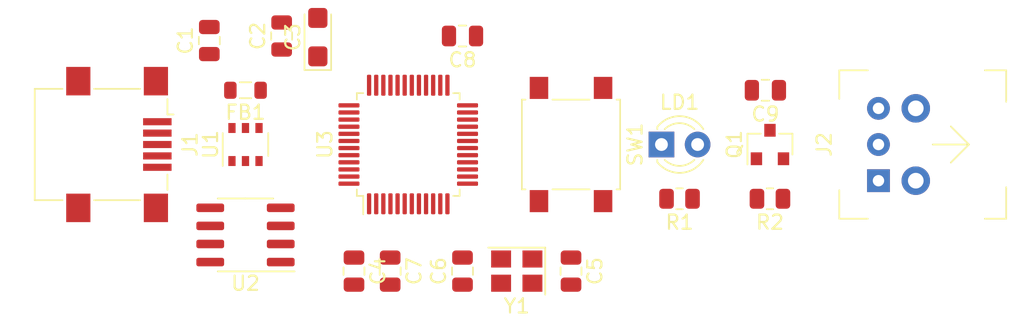
<source format=kicad_pcb>
(kicad_pcb (version 20171130) (host pcbnew "(5.1.9)-1")

  (general
    (thickness 1.6)
    (drawings 0)
    (tracks 1)
    (zones 0)
    (modules 21)
    (nets 49)
  )

  (page A4)
  (layers
    (0 F.Cu signal)
    (31 B.Cu signal)
    (32 B.Adhes user)
    (33 F.Adhes user)
    (34 B.Paste user)
    (35 F.Paste user)
    (36 B.SilkS user)
    (37 F.SilkS user)
    (38 B.Mask user)
    (39 F.Mask user)
    (40 Dwgs.User user)
    (41 Cmts.User user)
    (42 Eco1.User user)
    (43 Eco2.User user)
    (44 Edge.Cuts user)
    (45 Margin user)
    (46 B.CrtYd user)
    (47 F.CrtYd user)
    (48 B.Fab user)
    (49 F.Fab user)
  )

  (setup
    (last_trace_width 0.25)
    (trace_clearance 0.2)
    (zone_clearance 0.508)
    (zone_45_only no)
    (trace_min 0.2)
    (via_size 0.8)
    (via_drill 0.4)
    (via_min_size 0.4)
    (via_min_drill 0.3)
    (uvia_size 0.3)
    (uvia_drill 0.1)
    (uvias_allowed no)
    (uvia_min_size 0.2)
    (uvia_min_drill 0.1)
    (edge_width 0.05)
    (segment_width 0.2)
    (pcb_text_width 0.3)
    (pcb_text_size 1.5 1.5)
    (mod_edge_width 0.12)
    (mod_text_size 1 1)
    (mod_text_width 0.15)
    (pad_size 1.524 1.524)
    (pad_drill 0.762)
    (pad_to_mask_clearance 0)
    (aux_axis_origin 0 0)
    (visible_elements 7FFFFFFF)
    (pcbplotparams
      (layerselection 0x010fc_ffffffff)
      (usegerberextensions false)
      (usegerberattributes true)
      (usegerberadvancedattributes true)
      (creategerberjobfile true)
      (excludeedgelayer true)
      (linewidth 0.100000)
      (plotframeref false)
      (viasonmask false)
      (mode 1)
      (useauxorigin false)
      (hpglpennumber 1)
      (hpglpenspeed 20)
      (hpglpendiameter 15.000000)
      (psnegative false)
      (psa4output false)
      (plotreference true)
      (plotvalue true)
      (plotinvisibletext false)
      (padsonsilk false)
      (subtractmaskfromsilk false)
      (outputformat 4)
      (mirror false)
      (drillshape 0)
      (scaleselection 1)
      (outputdirectory "./out"))
  )

  (net 0 "")
  (net 1 GND)
  (net 2 /VBUS)
  (net 3 +5V)
  (net 4 +3V3)
  (net 5 "Net-(C5-Pad1)")
  (net 6 "Net-(C6-Pad1)")
  (net 7 "Net-(C8-Pad2)")
  (net 8 "Net-(C9-Pad1)")
  (net 9 "Net-(J1-Pad4)")
  (net 10 /USBDP)
  (net 11 /USBDN)
  (net 12 /SPDIF_MOD)
  (net 13 "Net-(J2-Pad4)")
  (net 14 "Net-(J2-Pad5)")
  (net 15 "Net-(LD1-Pad2)")
  (net 16 /SPDIF_PWDN)
  (net 17 "Net-(R1-Pad2)")
  (net 18 /MUTE)
  (net 19 /USBDN_C)
  (net 20 /USBDP_C)
  (net 21 "Net-(U2-Pad7)")
  (net 22 "Net-(U2-Pad6)")
  (net 23 /EEMISO)
  (net 24 /EEMOSI)
  (net 25 /EESK)
  (net 26 /EECS)
  (net 27 "Net-(U3-Pad48)")
  (net 28 "Net-(U3-Pad43)")
  (net 29 "Net-(U3-Pad39)")
  (net 30 "Net-(U3-Pad32)")
  (net 31 "Net-(U3-Pad31)")
  (net 32 "Net-(U3-Pad30)")
  (net 33 "Net-(U3-Pad28)")
  (net 34 "Net-(U3-Pad27)")
  (net 35 "Net-(U3-Pad25)")
  (net 36 "Net-(U3-Pad21)")
  (net 37 "Net-(U3-Pad15)")
  (net 38 "Net-(U3-Pad13)")
  (net 39 "Net-(U3-Pad11)")
  (net 40 "Net-(U3-Pad6)")
  (net 41 "Net-(U3-Pad47)")
  (net 42 "Net-(U3-Pad46)")
  (net 43 "Net-(U3-Pad45)")
  (net 44 "Net-(U3-Pad44)")
  (net 45 "Net-(U3-Pad20)")
  (net 46 "Net-(U3-Pad19)")
  (net 47 "Net-(U3-Pad17)")
  (net 48 "Net-(U3-Pad16)")

  (net_class Default "This is the default net class."
    (clearance 0.2)
    (trace_width 0.25)
    (via_dia 0.8)
    (via_drill 0.4)
    (uvia_dia 0.3)
    (uvia_drill 0.1)
    (add_net +3V3)
    (add_net +5V)
    (add_net /EECS)
    (add_net /EEMISO)
    (add_net /EEMOSI)
    (add_net /EESK)
    (add_net /MUTE)
    (add_net /SPDIF_MOD)
    (add_net /SPDIF_PWDN)
    (add_net /USBDN)
    (add_net /USBDN_C)
    (add_net /USBDP)
    (add_net /USBDP_C)
    (add_net /VBUS)
    (add_net GND)
    (add_net "Net-(C5-Pad1)")
    (add_net "Net-(C6-Pad1)")
    (add_net "Net-(C8-Pad2)")
    (add_net "Net-(C9-Pad1)")
    (add_net "Net-(J1-Pad4)")
    (add_net "Net-(J2-Pad4)")
    (add_net "Net-(J2-Pad5)")
    (add_net "Net-(LD1-Pad2)")
    (add_net "Net-(R1-Pad2)")
    (add_net "Net-(U2-Pad6)")
    (add_net "Net-(U2-Pad7)")
    (add_net "Net-(U3-Pad11)")
    (add_net "Net-(U3-Pad13)")
    (add_net "Net-(U3-Pad15)")
    (add_net "Net-(U3-Pad16)")
    (add_net "Net-(U3-Pad17)")
    (add_net "Net-(U3-Pad19)")
    (add_net "Net-(U3-Pad20)")
    (add_net "Net-(U3-Pad21)")
    (add_net "Net-(U3-Pad25)")
    (add_net "Net-(U3-Pad27)")
    (add_net "Net-(U3-Pad28)")
    (add_net "Net-(U3-Pad30)")
    (add_net "Net-(U3-Pad31)")
    (add_net "Net-(U3-Pad32)")
    (add_net "Net-(U3-Pad39)")
    (add_net "Net-(U3-Pad43)")
    (add_net "Net-(U3-Pad44)")
    (add_net "Net-(U3-Pad45)")
    (add_net "Net-(U3-Pad46)")
    (add_net "Net-(U3-Pad47)")
    (add_net "Net-(U3-Pad48)")
    (add_net "Net-(U3-Pad6)")
  )

  (module Button_Switch_SMD:SW_SPST_B3S-1000 (layer F.Cu) (tedit 5A02FC95) (tstamp 5FF9D4E5)
    (at 93.98 49.53 270)
    (descr "Surface Mount Tactile Switch for High-Density Packaging")
    (tags "Tactile Switch")
    (path /602EA727)
    (attr smd)
    (fp_text reference SW1 (at 0 -4.5 90) (layer F.SilkS)
      (effects (font (size 1 1) (thickness 0.15)))
    )
    (fp_text value MUTE (at 0 4.5 90) (layer F.Fab)
      (effects (font (size 1 1) (thickness 0.15)))
    )
    (fp_line (start -3 3.3) (end -3 -3.3) (layer F.Fab) (width 0.1))
    (fp_line (start 3 3.3) (end -3 3.3) (layer F.Fab) (width 0.1))
    (fp_line (start 3 -3.3) (end 3 3.3) (layer F.Fab) (width 0.1))
    (fp_line (start -3 -3.3) (end 3 -3.3) (layer F.Fab) (width 0.1))
    (fp_circle (center 0 0) (end 1.65 0) (layer F.Fab) (width 0.1))
    (fp_line (start 3.15 -1.3) (end 3.15 1.3) (layer F.SilkS) (width 0.12))
    (fp_line (start -3.15 3.45) (end -3.15 3.2) (layer F.SilkS) (width 0.12))
    (fp_line (start 3.15 3.45) (end -3.15 3.45) (layer F.SilkS) (width 0.12))
    (fp_line (start 3.15 3.2) (end 3.15 3.45) (layer F.SilkS) (width 0.12))
    (fp_line (start -3.15 1.3) (end -3.15 -1.3) (layer F.SilkS) (width 0.12))
    (fp_line (start 3.15 -3.45) (end 3.15 -3.2) (layer F.SilkS) (width 0.12))
    (fp_line (start -3.15 -3.45) (end 3.15 -3.45) (layer F.SilkS) (width 0.12))
    (fp_line (start -3.15 -3.2) (end -3.15 -3.45) (layer F.SilkS) (width 0.12))
    (fp_line (start -5 -3.7) (end -5 3.7) (layer F.CrtYd) (width 0.05))
    (fp_line (start 5 -3.7) (end -5 -3.7) (layer F.CrtYd) (width 0.05))
    (fp_line (start 5 3.7) (end 5 -3.7) (layer F.CrtYd) (width 0.05))
    (fp_line (start -5 3.7) (end 5 3.7) (layer F.CrtYd) (width 0.05))
    (fp_text user %R (at 0 -4.5 90) (layer F.Fab)
      (effects (font (size 1 1) (thickness 0.15)))
    )
    (pad 2 smd rect (at 3.975 2.25 270) (size 1.55 1.3) (layers F.Cu F.Paste F.Mask)
      (net 18 /MUTE))
    (pad 2 smd rect (at -3.975 2.25 270) (size 1.55 1.3) (layers F.Cu F.Paste F.Mask)
      (net 18 /MUTE))
    (pad 1 smd rect (at 3.975 -2.25 270) (size 1.55 1.3) (layers F.Cu F.Paste F.Mask)
      (net 1 GND))
    (pad 1 smd rect (at -3.975 -2.25 270) (size 1.55 1.3) (layers F.Cu F.Paste F.Mask)
      (net 1 GND))
    (model ${KISYS3DMOD}/Button_Switch_SMD.3dshapes/SW_SPST_B3S-1000.wrl
      (at (xyz 0 0 0))
      (scale (xyz 1 1 1))
      (rotate (xyz 0 0 0))
    )
  )

  (module Crystal:Crystal_SMD_3225-4Pin_3.2x2.5mm (layer F.Cu) (tedit 5A0FD1B2) (tstamp 5FF9F221)
    (at 90.17 58.42 180)
    (descr "SMD Crystal SERIES SMD3225/4 http://www.txccrystal.com/images/pdf/7m-accuracy.pdf, 3.2x2.5mm^2 package")
    (tags "SMD SMT crystal")
    (path /5FFEF934)
    (attr smd)
    (fp_text reference Y1 (at 0 -2.45) (layer F.SilkS)
      (effects (font (size 1 1) (thickness 0.15)))
    )
    (fp_text value 12MHz (at 0 2.45) (layer F.Fab)
      (effects (font (size 1 1) (thickness 0.15)))
    )
    (fp_line (start 2.1 -1.7) (end -2.1 -1.7) (layer F.CrtYd) (width 0.05))
    (fp_line (start 2.1 1.7) (end 2.1 -1.7) (layer F.CrtYd) (width 0.05))
    (fp_line (start -2.1 1.7) (end 2.1 1.7) (layer F.CrtYd) (width 0.05))
    (fp_line (start -2.1 -1.7) (end -2.1 1.7) (layer F.CrtYd) (width 0.05))
    (fp_line (start -2 1.65) (end 2 1.65) (layer F.SilkS) (width 0.12))
    (fp_line (start -2 -1.65) (end -2 1.65) (layer F.SilkS) (width 0.12))
    (fp_line (start -1.6 0.25) (end -0.6 1.25) (layer F.Fab) (width 0.1))
    (fp_line (start 1.6 -1.25) (end -1.6 -1.25) (layer F.Fab) (width 0.1))
    (fp_line (start 1.6 1.25) (end 1.6 -1.25) (layer F.Fab) (width 0.1))
    (fp_line (start -1.6 1.25) (end 1.6 1.25) (layer F.Fab) (width 0.1))
    (fp_line (start -1.6 -1.25) (end -1.6 1.25) (layer F.Fab) (width 0.1))
    (fp_text user %R (at 0 0) (layer F.Fab)
      (effects (font (size 0.7 0.7) (thickness 0.105)))
    )
    (pad 4 smd rect (at -1.1 -0.85 180) (size 1.4 1.2) (layers F.Cu F.Paste F.Mask)
      (net 1 GND))
    (pad 3 smd rect (at 1.1 -0.85 180) (size 1.4 1.2) (layers F.Cu F.Paste F.Mask)
      (net 6 "Net-(C6-Pad1)"))
    (pad 2 smd rect (at 1.1 0.85 180) (size 1.4 1.2) (layers F.Cu F.Paste F.Mask)
      (net 1 GND))
    (pad 1 smd rect (at -1.1 0.85 180) (size 1.4 1.2) (layers F.Cu F.Paste F.Mask)
      (net 5 "Net-(C5-Pad1)"))
    (model ${KISYS3DMOD}/Crystal.3dshapes/Crystal_SMD_3225-4Pin_3.2x2.5mm.wrl
      (at (xyz 0 0 0))
      (scale (xyz 1 1 1))
      (rotate (xyz 0 0 0))
    )
  )

  (module Resistor_SMD:R_0805_2012Metric (layer F.Cu) (tedit 5F68FEEE) (tstamp 5FF9F0CB)
    (at 107.95 53.34 180)
    (descr "Resistor SMD 0805 (2012 Metric), square (rectangular) end terminal, IPC_7351 nominal, (Body size source: IPC-SM-782 page 72, https://www.pcb-3d.com/wordpress/wp-content/uploads/ipc-sm-782a_amendment_1_and_2.pdf), generated with kicad-footprint-generator")
    (tags resistor)
    (path /60037816)
    (attr smd)
    (fp_text reference R2 (at 0 -1.65) (layer F.SilkS)
      (effects (font (size 1 1) (thickness 0.15)))
    )
    (fp_text value 560 (at 0 1.65) (layer F.Fab)
      (effects (font (size 1 1) (thickness 0.15)))
    )
    (fp_line (start -1 0.625) (end -1 -0.625) (layer F.Fab) (width 0.1))
    (fp_line (start -1 -0.625) (end 1 -0.625) (layer F.Fab) (width 0.1))
    (fp_line (start 1 -0.625) (end 1 0.625) (layer F.Fab) (width 0.1))
    (fp_line (start 1 0.625) (end -1 0.625) (layer F.Fab) (width 0.1))
    (fp_line (start -0.227064 -0.735) (end 0.227064 -0.735) (layer F.SilkS) (width 0.12))
    (fp_line (start -0.227064 0.735) (end 0.227064 0.735) (layer F.SilkS) (width 0.12))
    (fp_line (start -1.68 0.95) (end -1.68 -0.95) (layer F.CrtYd) (width 0.05))
    (fp_line (start -1.68 -0.95) (end 1.68 -0.95) (layer F.CrtYd) (width 0.05))
    (fp_line (start 1.68 -0.95) (end 1.68 0.95) (layer F.CrtYd) (width 0.05))
    (fp_line (start 1.68 0.95) (end -1.68 0.95) (layer F.CrtYd) (width 0.05))
    (fp_text user %R (at 0 0) (layer F.Fab)
      (effects (font (size 0.5 0.5) (thickness 0.08)))
    )
    (pad 1 smd roundrect (at -0.9125 0 180) (size 1.025 1.4) (layers F.Cu F.Paste F.Mask) (roundrect_rratio 0.2439014634146341)
      (net 3 +5V))
    (pad 2 smd roundrect (at 0.9125 0 180) (size 1.025 1.4) (layers F.Cu F.Paste F.Mask) (roundrect_rratio 0.2439014634146341)
      (net 16 /SPDIF_PWDN))
    (model ${KISYS3DMOD}/Resistor_SMD.3dshapes/R_0805_2012Metric.wrl
      (at (xyz 0 0 0))
      (scale (xyz 1 1 1))
      (rotate (xyz 0 0 0))
    )
  )

  (module Resistor_SMD:R_0805_2012Metric (layer F.Cu) (tedit 5F68FEEE) (tstamp 5FF9F0BA)
    (at 101.6 53.34 180)
    (descr "Resistor SMD 0805 (2012 Metric), square (rectangular) end terminal, IPC_7351 nominal, (Body size source: IPC-SM-782 page 72, https://www.pcb-3d.com/wordpress/wp-content/uploads/ipc-sm-782a_amendment_1_and_2.pdf), generated with kicad-footprint-generator")
    (tags resistor)
    (path /6022D121)
    (attr smd)
    (fp_text reference R1 (at 0 -1.65) (layer F.SilkS)
      (effects (font (size 1 1) (thickness 0.15)))
    )
    (fp_text value 270 (at 0 1.65) (layer F.Fab)
      (effects (font (size 1 1) (thickness 0.15)))
    )
    (fp_line (start 1.68 0.95) (end -1.68 0.95) (layer F.CrtYd) (width 0.05))
    (fp_line (start 1.68 -0.95) (end 1.68 0.95) (layer F.CrtYd) (width 0.05))
    (fp_line (start -1.68 -0.95) (end 1.68 -0.95) (layer F.CrtYd) (width 0.05))
    (fp_line (start -1.68 0.95) (end -1.68 -0.95) (layer F.CrtYd) (width 0.05))
    (fp_line (start -0.227064 0.735) (end 0.227064 0.735) (layer F.SilkS) (width 0.12))
    (fp_line (start -0.227064 -0.735) (end 0.227064 -0.735) (layer F.SilkS) (width 0.12))
    (fp_line (start 1 0.625) (end -1 0.625) (layer F.Fab) (width 0.1))
    (fp_line (start 1 -0.625) (end 1 0.625) (layer F.Fab) (width 0.1))
    (fp_line (start -1 -0.625) (end 1 -0.625) (layer F.Fab) (width 0.1))
    (fp_line (start -1 0.625) (end -1 -0.625) (layer F.Fab) (width 0.1))
    (fp_text user %R (at 0 0) (layer F.Fab)
      (effects (font (size 0.5 0.5) (thickness 0.08)))
    )
    (pad 2 smd roundrect (at 0.9125 0 180) (size 1.025 1.4) (layers F.Cu F.Paste F.Mask) (roundrect_rratio 0.2439014634146341)
      (net 17 "Net-(R1-Pad2)"))
    (pad 1 smd roundrect (at -0.9125 0 180) (size 1.025 1.4) (layers F.Cu F.Paste F.Mask) (roundrect_rratio 0.2439014634146341)
      (net 15 "Net-(LD1-Pad2)"))
    (model ${KISYS3DMOD}/Resistor_SMD.3dshapes/R_0805_2012Metric.wrl
      (at (xyz 0 0 0))
      (scale (xyz 1 1 1))
      (rotate (xyz 0 0 0))
    )
  )

  (module LED_THT:LED_D3.0mm_FlatTop (layer F.Cu) (tedit 5880A862) (tstamp 5FF9F081)
    (at 100.33 49.53)
    (descr "LED, Round, FlatTop, diameter 3.0mm, 2 pins, http://www.kingbright.com/attachments/file/psearch/000/00/00/L-47XEC(Ver.9A).pdf")
    (tags "LED Round FlatTop diameter 3.0mm 2 pins")
    (path /60232A49)
    (fp_text reference LD1 (at 1.27 -2.96) (layer F.SilkS)
      (effects (font (size 1 1) (thickness 0.15)))
    )
    (fp_text value rd (at 1.27 2.96) (layer F.Fab)
      (effects (font (size 1 1) (thickness 0.15)))
    )
    (fp_line (start 3.7 -2.25) (end -1.15 -2.25) (layer F.CrtYd) (width 0.05))
    (fp_line (start 3.7 2.25) (end 3.7 -2.25) (layer F.CrtYd) (width 0.05))
    (fp_line (start -1.15 2.25) (end 3.7 2.25) (layer F.CrtYd) (width 0.05))
    (fp_line (start -1.15 -2.25) (end -1.15 2.25) (layer F.CrtYd) (width 0.05))
    (fp_line (start -0.29 1.08) (end -0.29 1.236) (layer F.SilkS) (width 0.12))
    (fp_line (start -0.29 -1.236) (end -0.29 -1.08) (layer F.SilkS) (width 0.12))
    (fp_line (start -0.23 -1.16619) (end -0.23 1.16619) (layer F.Fab) (width 0.1))
    (fp_circle (center 1.27 0) (end 2.77 0) (layer F.Fab) (width 0.1))
    (fp_arc (start 1.27 0) (end 0.229039 1.08) (angle -87.9) (layer F.SilkS) (width 0.12))
    (fp_arc (start 1.27 0) (end 0.229039 -1.08) (angle 87.9) (layer F.SilkS) (width 0.12))
    (fp_arc (start 1.27 0) (end -0.29 1.235516) (angle -108.8) (layer F.SilkS) (width 0.12))
    (fp_arc (start 1.27 0) (end -0.29 -1.235516) (angle 108.8) (layer F.SilkS) (width 0.12))
    (fp_arc (start 1.27 0) (end -0.23 -1.16619) (angle 284.3) (layer F.Fab) (width 0.1))
    (pad 2 thru_hole circle (at 2.54 0) (size 1.8 1.8) (drill 0.9) (layers *.Cu *.Mask)
      (net 15 "Net-(LD1-Pad2)"))
    (pad 1 thru_hole rect (at 0 0) (size 1.8 1.8) (drill 0.9) (layers *.Cu *.Mask)
      (net 1 GND))
    (model ${KISYS3DMOD}/LED_THT.3dshapes/LED_D3.0mm_FlatTop.wrl
      (at (xyz 0 0 0))
      (scale (xyz 1 1 1))
      (rotate (xyz 0 0 0))
    )
  )

  (module Capacitor_SMD:C_0805_2012Metric (layer F.Cu) (tedit 5F68FEEE) (tstamp 5FF9EFB6)
    (at 107.63 45.72 180)
    (descr "Capacitor SMD 0805 (2012 Metric), square (rectangular) end terminal, IPC_7351 nominal, (Body size source: IPC-SM-782 page 76, https://www.pcb-3d.com/wordpress/wp-content/uploads/ipc-sm-782a_amendment_1_and_2.pdf, https://docs.google.com/spreadsheets/d/1BsfQQcO9C6DZCsRaXUlFlo91Tg2WpOkGARC1WS5S8t0/edit?usp=sharing), generated with kicad-footprint-generator")
    (tags capacitor)
    (path /60026FD1)
    (attr smd)
    (fp_text reference C9 (at 0 -1.68) (layer F.SilkS)
      (effects (font (size 1 1) (thickness 0.15)))
    )
    (fp_text value 100nF (at 0 1.68) (layer F.Fab)
      (effects (font (size 1 1) (thickness 0.15)))
    )
    (fp_line (start -1 0.625) (end -1 -0.625) (layer F.Fab) (width 0.1))
    (fp_line (start -1 -0.625) (end 1 -0.625) (layer F.Fab) (width 0.1))
    (fp_line (start 1 -0.625) (end 1 0.625) (layer F.Fab) (width 0.1))
    (fp_line (start 1 0.625) (end -1 0.625) (layer F.Fab) (width 0.1))
    (fp_line (start -0.261252 -0.735) (end 0.261252 -0.735) (layer F.SilkS) (width 0.12))
    (fp_line (start -0.261252 0.735) (end 0.261252 0.735) (layer F.SilkS) (width 0.12))
    (fp_line (start -1.7 0.98) (end -1.7 -0.98) (layer F.CrtYd) (width 0.05))
    (fp_line (start -1.7 -0.98) (end 1.7 -0.98) (layer F.CrtYd) (width 0.05))
    (fp_line (start 1.7 -0.98) (end 1.7 0.98) (layer F.CrtYd) (width 0.05))
    (fp_line (start 1.7 0.98) (end -1.7 0.98) (layer F.CrtYd) (width 0.05))
    (fp_text user %R (at 0 0) (layer F.Fab)
      (effects (font (size 0.5 0.5) (thickness 0.08)))
    )
    (pad 1 smd roundrect (at -0.95 0 180) (size 1 1.45) (layers F.Cu F.Paste F.Mask) (roundrect_rratio 0.25)
      (net 8 "Net-(C9-Pad1)"))
    (pad 2 smd roundrect (at 0.95 0 180) (size 1 1.45) (layers F.Cu F.Paste F.Mask) (roundrect_rratio 0.25)
      (net 1 GND))
    (model ${KISYS3DMOD}/Capacitor_SMD.3dshapes/C_0805_2012Metric.wrl
      (at (xyz 0 0 0))
      (scale (xyz 1 1 1))
      (rotate (xyz 0 0 0))
    )
  )

  (module Capacitor_SMD:C_0805_2012Metric (layer F.Cu) (tedit 5F68FEEE) (tstamp 5FF9EFA5)
    (at 86.36 41.91 180)
    (descr "Capacitor SMD 0805 (2012 Metric), square (rectangular) end terminal, IPC_7351 nominal, (Body size source: IPC-SM-782 page 76, https://www.pcb-3d.com/wordpress/wp-content/uploads/ipc-sm-782a_amendment_1_and_2.pdf, https://docs.google.com/spreadsheets/d/1BsfQQcO9C6DZCsRaXUlFlo91Tg2WpOkGARC1WS5S8t0/edit?usp=sharing), generated with kicad-footprint-generator")
    (tags capacitor)
    (path /6021D823)
    (attr smd)
    (fp_text reference C8 (at 0 -1.68) (layer F.SilkS)
      (effects (font (size 1 1) (thickness 0.15)))
    )
    (fp_text value 4.7uF (at 0 1.68) (layer F.Fab)
      (effects (font (size 1 1) (thickness 0.15)))
    )
    (fp_line (start 1.7 0.98) (end -1.7 0.98) (layer F.CrtYd) (width 0.05))
    (fp_line (start 1.7 -0.98) (end 1.7 0.98) (layer F.CrtYd) (width 0.05))
    (fp_line (start -1.7 -0.98) (end 1.7 -0.98) (layer F.CrtYd) (width 0.05))
    (fp_line (start -1.7 0.98) (end -1.7 -0.98) (layer F.CrtYd) (width 0.05))
    (fp_line (start -0.261252 0.735) (end 0.261252 0.735) (layer F.SilkS) (width 0.12))
    (fp_line (start -0.261252 -0.735) (end 0.261252 -0.735) (layer F.SilkS) (width 0.12))
    (fp_line (start 1 0.625) (end -1 0.625) (layer F.Fab) (width 0.1))
    (fp_line (start 1 -0.625) (end 1 0.625) (layer F.Fab) (width 0.1))
    (fp_line (start -1 -0.625) (end 1 -0.625) (layer F.Fab) (width 0.1))
    (fp_line (start -1 0.625) (end -1 -0.625) (layer F.Fab) (width 0.1))
    (fp_text user %R (at 0 0) (layer F.Fab)
      (effects (font (size 0.5 0.5) (thickness 0.08)))
    )
    (pad 2 smd roundrect (at 0.95 0 180) (size 1 1.45) (layers F.Cu F.Paste F.Mask) (roundrect_rratio 0.25)
      (net 7 "Net-(C8-Pad2)"))
    (pad 1 smd roundrect (at -0.95 0 180) (size 1 1.45) (layers F.Cu F.Paste F.Mask) (roundrect_rratio 0.25)
      (net 1 GND))
    (model ${KISYS3DMOD}/Capacitor_SMD.3dshapes/C_0805_2012Metric.wrl
      (at (xyz 0 0 0))
      (scale (xyz 1 1 1))
      (rotate (xyz 0 0 0))
    )
  )

  (module Capacitor_SMD:C_0805_2012Metric (layer F.Cu) (tedit 5F68FEEE) (tstamp 5FF9EF94)
    (at 81.28 58.42 270)
    (descr "Capacitor SMD 0805 (2012 Metric), square (rectangular) end terminal, IPC_7351 nominal, (Body size source: IPC-SM-782 page 76, https://www.pcb-3d.com/wordpress/wp-content/uploads/ipc-sm-782a_amendment_1_and_2.pdf, https://docs.google.com/spreadsheets/d/1BsfQQcO9C6DZCsRaXUlFlo91Tg2WpOkGARC1WS5S8t0/edit?usp=sharing), generated with kicad-footprint-generator")
    (tags capacitor)
    (path /600F9753)
    (attr smd)
    (fp_text reference C7 (at 0 -1.68 90) (layer F.SilkS)
      (effects (font (size 1 1) (thickness 0.15)))
    )
    (fp_text value 100nF (at 0 1.68 90) (layer F.Fab)
      (effects (font (size 1 1) (thickness 0.15)))
    )
    (fp_line (start 1.7 0.98) (end -1.7 0.98) (layer F.CrtYd) (width 0.05))
    (fp_line (start 1.7 -0.98) (end 1.7 0.98) (layer F.CrtYd) (width 0.05))
    (fp_line (start -1.7 -0.98) (end 1.7 -0.98) (layer F.CrtYd) (width 0.05))
    (fp_line (start -1.7 0.98) (end -1.7 -0.98) (layer F.CrtYd) (width 0.05))
    (fp_line (start -0.261252 0.735) (end 0.261252 0.735) (layer F.SilkS) (width 0.12))
    (fp_line (start -0.261252 -0.735) (end 0.261252 -0.735) (layer F.SilkS) (width 0.12))
    (fp_line (start 1 0.625) (end -1 0.625) (layer F.Fab) (width 0.1))
    (fp_line (start 1 -0.625) (end 1 0.625) (layer F.Fab) (width 0.1))
    (fp_line (start -1 -0.625) (end 1 -0.625) (layer F.Fab) (width 0.1))
    (fp_line (start -1 0.625) (end -1 -0.625) (layer F.Fab) (width 0.1))
    (fp_text user %R (at 0 0 90) (layer F.Fab)
      (effects (font (size 0.5 0.5) (thickness 0.08)))
    )
    (pad 2 smd roundrect (at 0.95 0 270) (size 1 1.45) (layers F.Cu F.Paste F.Mask) (roundrect_rratio 0.25)
      (net 1 GND))
    (pad 1 smd roundrect (at -0.95 0 270) (size 1 1.45) (layers F.Cu F.Paste F.Mask) (roundrect_rratio 0.25)
      (net 4 +3V3))
    (model ${KISYS3DMOD}/Capacitor_SMD.3dshapes/C_0805_2012Metric.wrl
      (at (xyz 0 0 0))
      (scale (xyz 1 1 1))
      (rotate (xyz 0 0 0))
    )
  )

  (module Capacitor_SMD:C_0805_2012Metric (layer F.Cu) (tedit 5F68FEEE) (tstamp 5FF9EF83)
    (at 86.36 58.42 90)
    (descr "Capacitor SMD 0805 (2012 Metric), square (rectangular) end terminal, IPC_7351 nominal, (Body size source: IPC-SM-782 page 76, https://www.pcb-3d.com/wordpress/wp-content/uploads/ipc-sm-782a_amendment_1_and_2.pdf, https://docs.google.com/spreadsheets/d/1BsfQQcO9C6DZCsRaXUlFlo91Tg2WpOkGARC1WS5S8t0/edit?usp=sharing), generated with kicad-footprint-generator")
    (tags capacitor)
    (path /5FFE215A)
    (attr smd)
    (fp_text reference C6 (at 0 -1.68 90) (layer F.SilkS)
      (effects (font (size 1 1) (thickness 0.15)))
    )
    (fp_text value 20pF (at 0 1.68 90) (layer F.Fab)
      (effects (font (size 1 1) (thickness 0.15)))
    )
    (fp_line (start 1.7 0.98) (end -1.7 0.98) (layer F.CrtYd) (width 0.05))
    (fp_line (start 1.7 -0.98) (end 1.7 0.98) (layer F.CrtYd) (width 0.05))
    (fp_line (start -1.7 -0.98) (end 1.7 -0.98) (layer F.CrtYd) (width 0.05))
    (fp_line (start -1.7 0.98) (end -1.7 -0.98) (layer F.CrtYd) (width 0.05))
    (fp_line (start -0.261252 0.735) (end 0.261252 0.735) (layer F.SilkS) (width 0.12))
    (fp_line (start -0.261252 -0.735) (end 0.261252 -0.735) (layer F.SilkS) (width 0.12))
    (fp_line (start 1 0.625) (end -1 0.625) (layer F.Fab) (width 0.1))
    (fp_line (start 1 -0.625) (end 1 0.625) (layer F.Fab) (width 0.1))
    (fp_line (start -1 -0.625) (end 1 -0.625) (layer F.Fab) (width 0.1))
    (fp_line (start -1 0.625) (end -1 -0.625) (layer F.Fab) (width 0.1))
    (fp_text user %R (at 0 0 90) (layer F.Fab)
      (effects (font (size 0.5 0.5) (thickness 0.08)))
    )
    (pad 2 smd roundrect (at 0.95 0 90) (size 1 1.45) (layers F.Cu F.Paste F.Mask) (roundrect_rratio 0.25)
      (net 1 GND))
    (pad 1 smd roundrect (at -0.95 0 90) (size 1 1.45) (layers F.Cu F.Paste F.Mask) (roundrect_rratio 0.25)
      (net 6 "Net-(C6-Pad1)"))
    (model ${KISYS3DMOD}/Capacitor_SMD.3dshapes/C_0805_2012Metric.wrl
      (at (xyz 0 0 0))
      (scale (xyz 1 1 1))
      (rotate (xyz 0 0 0))
    )
  )

  (module Capacitor_SMD:C_0805_2012Metric (layer F.Cu) (tedit 5F68FEEE) (tstamp 5FF9EF72)
    (at 93.98 58.42 270)
    (descr "Capacitor SMD 0805 (2012 Metric), square (rectangular) end terminal, IPC_7351 nominal, (Body size source: IPC-SM-782 page 76, https://www.pcb-3d.com/wordpress/wp-content/uploads/ipc-sm-782a_amendment_1_and_2.pdf, https://docs.google.com/spreadsheets/d/1BsfQQcO9C6DZCsRaXUlFlo91Tg2WpOkGARC1WS5S8t0/edit?usp=sharing), generated with kicad-footprint-generator")
    (tags capacitor)
    (path /5FFE1556)
    (attr smd)
    (fp_text reference C5 (at 0 -1.68 90) (layer F.SilkS)
      (effects (font (size 1 1) (thickness 0.15)))
    )
    (fp_text value 20pF (at 0 1.68 90) (layer F.Fab)
      (effects (font (size 1 1) (thickness 0.15)))
    )
    (fp_line (start 1.7 0.98) (end -1.7 0.98) (layer F.CrtYd) (width 0.05))
    (fp_line (start 1.7 -0.98) (end 1.7 0.98) (layer F.CrtYd) (width 0.05))
    (fp_line (start -1.7 -0.98) (end 1.7 -0.98) (layer F.CrtYd) (width 0.05))
    (fp_line (start -1.7 0.98) (end -1.7 -0.98) (layer F.CrtYd) (width 0.05))
    (fp_line (start -0.261252 0.735) (end 0.261252 0.735) (layer F.SilkS) (width 0.12))
    (fp_line (start -0.261252 -0.735) (end 0.261252 -0.735) (layer F.SilkS) (width 0.12))
    (fp_line (start 1 0.625) (end -1 0.625) (layer F.Fab) (width 0.1))
    (fp_line (start 1 -0.625) (end 1 0.625) (layer F.Fab) (width 0.1))
    (fp_line (start -1 -0.625) (end 1 -0.625) (layer F.Fab) (width 0.1))
    (fp_line (start -1 0.625) (end -1 -0.625) (layer F.Fab) (width 0.1))
    (fp_text user %R (at 0 0 90) (layer F.Fab)
      (effects (font (size 0.5 0.5) (thickness 0.08)))
    )
    (pad 2 smd roundrect (at 0.95 0 270) (size 1 1.45) (layers F.Cu F.Paste F.Mask) (roundrect_rratio 0.25)
      (net 1 GND))
    (pad 1 smd roundrect (at -0.95 0 270) (size 1 1.45) (layers F.Cu F.Paste F.Mask) (roundrect_rratio 0.25)
      (net 5 "Net-(C5-Pad1)"))
    (model ${KISYS3DMOD}/Capacitor_SMD.3dshapes/C_0805_2012Metric.wrl
      (at (xyz 0 0 0))
      (scale (xyz 1 1 1))
      (rotate (xyz 0 0 0))
    )
  )

  (module Capacitor_SMD:C_0805_2012Metric (layer F.Cu) (tedit 5F68FEEE) (tstamp 5FF9FB4D)
    (at 78.74 58.42 270)
    (descr "Capacitor SMD 0805 (2012 Metric), square (rectangular) end terminal, IPC_7351 nominal, (Body size source: IPC-SM-782 page 76, https://www.pcb-3d.com/wordpress/wp-content/uploads/ipc-sm-782a_amendment_1_and_2.pdf, https://docs.google.com/spreadsheets/d/1BsfQQcO9C6DZCsRaXUlFlo91Tg2WpOkGARC1WS5S8t0/edit?usp=sharing), generated with kicad-footprint-generator")
    (tags capacitor)
    (path /60214EEA)
    (attr smd)
    (fp_text reference C4 (at 0 -1.68 90) (layer F.SilkS)
      (effects (font (size 1 1) (thickness 0.15)))
    )
    (fp_text value 4.7uF (at 0 1.68 90) (layer F.Fab)
      (effects (font (size 1 1) (thickness 0.15)))
    )
    (fp_line (start 1.7 0.98) (end -1.7 0.98) (layer F.CrtYd) (width 0.05))
    (fp_line (start 1.7 -0.98) (end 1.7 0.98) (layer F.CrtYd) (width 0.05))
    (fp_line (start -1.7 -0.98) (end 1.7 -0.98) (layer F.CrtYd) (width 0.05))
    (fp_line (start -1.7 0.98) (end -1.7 -0.98) (layer F.CrtYd) (width 0.05))
    (fp_line (start -0.261252 0.735) (end 0.261252 0.735) (layer F.SilkS) (width 0.12))
    (fp_line (start -0.261252 -0.735) (end 0.261252 -0.735) (layer F.SilkS) (width 0.12))
    (fp_line (start 1 0.625) (end -1 0.625) (layer F.Fab) (width 0.1))
    (fp_line (start 1 -0.625) (end 1 0.625) (layer F.Fab) (width 0.1))
    (fp_line (start -1 -0.625) (end 1 -0.625) (layer F.Fab) (width 0.1))
    (fp_line (start -1 0.625) (end -1 -0.625) (layer F.Fab) (width 0.1))
    (fp_text user %R (at 0 0 90) (layer F.Fab)
      (effects (font (size 0.5 0.5) (thickness 0.08)))
    )
    (pad 2 smd roundrect (at 0.95 0 270) (size 1 1.45) (layers F.Cu F.Paste F.Mask) (roundrect_rratio 0.25)
      (net 1 GND))
    (pad 1 smd roundrect (at -0.95 0 270) (size 1 1.45) (layers F.Cu F.Paste F.Mask) (roundrect_rratio 0.25)
      (net 4 +3V3))
    (model ${KISYS3DMOD}/Capacitor_SMD.3dshapes/C_0805_2012Metric.wrl
      (at (xyz 0 0 0))
      (scale (xyz 1 1 1))
      (rotate (xyz 0 0 0))
    )
  )

  (module Capacitor_Tantalum_SMD:CP_EIA-3216-18_Kemet-A (layer F.Cu) (tedit 5EBA9318) (tstamp 5FF9EF50)
    (at 76.2 41.99 90)
    (descr "Tantalum Capacitor SMD Kemet-A (3216-18 Metric), IPC_7351 nominal, (Body size from: http://www.kemet.com/Lists/ProductCatalog/Attachments/253/KEM_TC101_STD.pdf), generated with kicad-footprint-generator")
    (tags "capacitor tantalum")
    (path /5FFA4B03)
    (attr smd)
    (fp_text reference C3 (at 0 -1.75 90) (layer F.SilkS)
      (effects (font (size 1 1) (thickness 0.15)))
    )
    (fp_text value 4.7uF (at 0 1.75 90) (layer F.Fab)
      (effects (font (size 1 1) (thickness 0.15)))
    )
    (fp_line (start 2.3 1.05) (end -2.3 1.05) (layer F.CrtYd) (width 0.05))
    (fp_line (start 2.3 -1.05) (end 2.3 1.05) (layer F.CrtYd) (width 0.05))
    (fp_line (start -2.3 -1.05) (end 2.3 -1.05) (layer F.CrtYd) (width 0.05))
    (fp_line (start -2.3 1.05) (end -2.3 -1.05) (layer F.CrtYd) (width 0.05))
    (fp_line (start -2.31 0.935) (end 1.6 0.935) (layer F.SilkS) (width 0.12))
    (fp_line (start -2.31 -0.935) (end -2.31 0.935) (layer F.SilkS) (width 0.12))
    (fp_line (start 1.6 -0.935) (end -2.31 -0.935) (layer F.SilkS) (width 0.12))
    (fp_line (start 1.6 0.8) (end 1.6 -0.8) (layer F.Fab) (width 0.1))
    (fp_line (start -1.6 0.8) (end 1.6 0.8) (layer F.Fab) (width 0.1))
    (fp_line (start -1.6 -0.4) (end -1.6 0.8) (layer F.Fab) (width 0.1))
    (fp_line (start -1.2 -0.8) (end -1.6 -0.4) (layer F.Fab) (width 0.1))
    (fp_line (start 1.6 -0.8) (end -1.2 -0.8) (layer F.Fab) (width 0.1))
    (fp_text user %R (at 0 0 90) (layer F.Fab)
      (effects (font (size 0.8 0.8) (thickness 0.12)))
    )
    (pad 2 smd roundrect (at 1.35 0 90) (size 1.4 1.35) (layers F.Cu F.Paste F.Mask) (roundrect_rratio 0.1851844444444445)
      (net 1 GND))
    (pad 1 smd roundrect (at -1.35 0 90) (size 1.4 1.35) (layers F.Cu F.Paste F.Mask) (roundrect_rratio 0.1851844444444445)
      (net 3 +5V))
    (model ${KISYS3DMOD}/Capacitor_Tantalum_SMD.3dshapes/CP_EIA-3216-18_Kemet-A.wrl
      (at (xyz 0 0 0))
      (scale (xyz 1 1 1))
      (rotate (xyz 0 0 0))
    )
  )

  (module Capacitor_SMD:C_0805_2012Metric (layer F.Cu) (tedit 5F68FEEE) (tstamp 5FF9EF3D)
    (at 73.66 41.91 90)
    (descr "Capacitor SMD 0805 (2012 Metric), square (rectangular) end terminal, IPC_7351 nominal, (Body size source: IPC-SM-782 page 76, https://www.pcb-3d.com/wordpress/wp-content/uploads/ipc-sm-782a_amendment_1_and_2.pdf, https://docs.google.com/spreadsheets/d/1BsfQQcO9C6DZCsRaXUlFlo91Tg2WpOkGARC1WS5S8t0/edit?usp=sharing), generated with kicad-footprint-generator")
    (tags capacitor)
    (path /5FFA3368)
    (attr smd)
    (fp_text reference C2 (at 0 -1.68 90) (layer F.SilkS)
      (effects (font (size 1 1) (thickness 0.15)))
    )
    (fp_text value 100nF (at 0 1.68 90) (layer F.Fab)
      (effects (font (size 1 1) (thickness 0.15)))
    )
    (fp_line (start 1.7 0.98) (end -1.7 0.98) (layer F.CrtYd) (width 0.05))
    (fp_line (start 1.7 -0.98) (end 1.7 0.98) (layer F.CrtYd) (width 0.05))
    (fp_line (start -1.7 -0.98) (end 1.7 -0.98) (layer F.CrtYd) (width 0.05))
    (fp_line (start -1.7 0.98) (end -1.7 -0.98) (layer F.CrtYd) (width 0.05))
    (fp_line (start -0.261252 0.735) (end 0.261252 0.735) (layer F.SilkS) (width 0.12))
    (fp_line (start -0.261252 -0.735) (end 0.261252 -0.735) (layer F.SilkS) (width 0.12))
    (fp_line (start 1 0.625) (end -1 0.625) (layer F.Fab) (width 0.1))
    (fp_line (start 1 -0.625) (end 1 0.625) (layer F.Fab) (width 0.1))
    (fp_line (start -1 -0.625) (end 1 -0.625) (layer F.Fab) (width 0.1))
    (fp_line (start -1 0.625) (end -1 -0.625) (layer F.Fab) (width 0.1))
    (fp_text user %R (at 0 0 90) (layer F.Fab)
      (effects (font (size 0.5 0.5) (thickness 0.08)))
    )
    (pad 2 smd roundrect (at 0.95 0 90) (size 1 1.45) (layers F.Cu F.Paste F.Mask) (roundrect_rratio 0.25)
      (net 1 GND))
    (pad 1 smd roundrect (at -0.95 0 90) (size 1 1.45) (layers F.Cu F.Paste F.Mask) (roundrect_rratio 0.25)
      (net 3 +5V))
    (model ${KISYS3DMOD}/Capacitor_SMD.3dshapes/C_0805_2012Metric.wrl
      (at (xyz 0 0 0))
      (scale (xyz 1 1 1))
      (rotate (xyz 0 0 0))
    )
  )

  (module Capacitor_SMD:C_0805_2012Metric (layer F.Cu) (tedit 5F68FEEE) (tstamp 5FF9EF2C)
    (at 68.58 42.23 90)
    (descr "Capacitor SMD 0805 (2012 Metric), square (rectangular) end terminal, IPC_7351 nominal, (Body size source: IPC-SM-782 page 76, https://www.pcb-3d.com/wordpress/wp-content/uploads/ipc-sm-782a_amendment_1_and_2.pdf, https://docs.google.com/spreadsheets/d/1BsfQQcO9C6DZCsRaXUlFlo91Tg2WpOkGARC1WS5S8t0/edit?usp=sharing), generated with kicad-footprint-generator")
    (tags capacitor)
    (path /5FF9EBBA)
    (attr smd)
    (fp_text reference C1 (at 0 -1.68 90) (layer F.SilkS)
      (effects (font (size 1 1) (thickness 0.15)))
    )
    (fp_text value 10nF (at 0 1.68 90) (layer F.Fab)
      (effects (font (size 1 1) (thickness 0.15)))
    )
    (fp_line (start 1.7 0.98) (end -1.7 0.98) (layer F.CrtYd) (width 0.05))
    (fp_line (start 1.7 -0.98) (end 1.7 0.98) (layer F.CrtYd) (width 0.05))
    (fp_line (start -1.7 -0.98) (end 1.7 -0.98) (layer F.CrtYd) (width 0.05))
    (fp_line (start -1.7 0.98) (end -1.7 -0.98) (layer F.CrtYd) (width 0.05))
    (fp_line (start -0.261252 0.735) (end 0.261252 0.735) (layer F.SilkS) (width 0.12))
    (fp_line (start -0.261252 -0.735) (end 0.261252 -0.735) (layer F.SilkS) (width 0.12))
    (fp_line (start 1 0.625) (end -1 0.625) (layer F.Fab) (width 0.1))
    (fp_line (start 1 -0.625) (end 1 0.625) (layer F.Fab) (width 0.1))
    (fp_line (start -1 -0.625) (end 1 -0.625) (layer F.Fab) (width 0.1))
    (fp_line (start -1 0.625) (end -1 -0.625) (layer F.Fab) (width 0.1))
    (fp_text user %R (at 0 0 90) (layer F.Fab)
      (effects (font (size 0.5 0.5) (thickness 0.08)))
    )
    (pad 2 smd roundrect (at 0.95 0 90) (size 1 1.45) (layers F.Cu F.Paste F.Mask) (roundrect_rratio 0.25)
      (net 1 GND))
    (pad 1 smd roundrect (at -0.95 0 90) (size 1 1.45) (layers F.Cu F.Paste F.Mask) (roundrect_rratio 0.25)
      (net 2 /VBUS))
    (model ${KISYS3DMOD}/Capacitor_SMD.3dshapes/C_0805_2012Metric.wrl
      (at (xyz 0 0 0))
      (scale (xyz 1 1 1))
      (rotate (xyz 0 0 0))
    )
  )

  (module Package_QFP:LQFP-48_7x7mm_P0.5mm (layer F.Cu) (tedit 5D9F72AF) (tstamp 5FF9D5B0)
    (at 82.55 49.53 90)
    (descr "LQFP, 48 Pin (https://www.analog.com/media/en/technical-documentation/data-sheets/ltc2358-16.pdf), generated with kicad-footprint-generator ipc_gullwing_generator.py")
    (tags "LQFP QFP")
    (path /600A391D)
    (attr smd)
    (fp_text reference U3 (at 0 -5.85 90) (layer F.SilkS)
      (effects (font (size 1 1) (thickness 0.15)))
    )
    (fp_text value CM108AH (at 0 5.85 90) (layer F.Fab)
      (effects (font (size 1 1) (thickness 0.15)))
    )
    (fp_line (start 5.15 3.15) (end 5.15 0) (layer F.CrtYd) (width 0.05))
    (fp_line (start 3.75 3.15) (end 5.15 3.15) (layer F.CrtYd) (width 0.05))
    (fp_line (start 3.75 3.75) (end 3.75 3.15) (layer F.CrtYd) (width 0.05))
    (fp_line (start 3.15 3.75) (end 3.75 3.75) (layer F.CrtYd) (width 0.05))
    (fp_line (start 3.15 5.15) (end 3.15 3.75) (layer F.CrtYd) (width 0.05))
    (fp_line (start 0 5.15) (end 3.15 5.15) (layer F.CrtYd) (width 0.05))
    (fp_line (start -5.15 3.15) (end -5.15 0) (layer F.CrtYd) (width 0.05))
    (fp_line (start -3.75 3.15) (end -5.15 3.15) (layer F.CrtYd) (width 0.05))
    (fp_line (start -3.75 3.75) (end -3.75 3.15) (layer F.CrtYd) (width 0.05))
    (fp_line (start -3.15 3.75) (end -3.75 3.75) (layer F.CrtYd) (width 0.05))
    (fp_line (start -3.15 5.15) (end -3.15 3.75) (layer F.CrtYd) (width 0.05))
    (fp_line (start 0 5.15) (end -3.15 5.15) (layer F.CrtYd) (width 0.05))
    (fp_line (start 5.15 -3.15) (end 5.15 0) (layer F.CrtYd) (width 0.05))
    (fp_line (start 3.75 -3.15) (end 5.15 -3.15) (layer F.CrtYd) (width 0.05))
    (fp_line (start 3.75 -3.75) (end 3.75 -3.15) (layer F.CrtYd) (width 0.05))
    (fp_line (start 3.15 -3.75) (end 3.75 -3.75) (layer F.CrtYd) (width 0.05))
    (fp_line (start 3.15 -5.15) (end 3.15 -3.75) (layer F.CrtYd) (width 0.05))
    (fp_line (start 0 -5.15) (end 3.15 -5.15) (layer F.CrtYd) (width 0.05))
    (fp_line (start -5.15 -3.15) (end -5.15 0) (layer F.CrtYd) (width 0.05))
    (fp_line (start -3.75 -3.15) (end -5.15 -3.15) (layer F.CrtYd) (width 0.05))
    (fp_line (start -3.75 -3.75) (end -3.75 -3.15) (layer F.CrtYd) (width 0.05))
    (fp_line (start -3.15 -3.75) (end -3.75 -3.75) (layer F.CrtYd) (width 0.05))
    (fp_line (start -3.15 -5.15) (end -3.15 -3.75) (layer F.CrtYd) (width 0.05))
    (fp_line (start 0 -5.15) (end -3.15 -5.15) (layer F.CrtYd) (width 0.05))
    (fp_line (start -3.5 -2.5) (end -2.5 -3.5) (layer F.Fab) (width 0.1))
    (fp_line (start -3.5 3.5) (end -3.5 -2.5) (layer F.Fab) (width 0.1))
    (fp_line (start 3.5 3.5) (end -3.5 3.5) (layer F.Fab) (width 0.1))
    (fp_line (start 3.5 -3.5) (end 3.5 3.5) (layer F.Fab) (width 0.1))
    (fp_line (start -2.5 -3.5) (end 3.5 -3.5) (layer F.Fab) (width 0.1))
    (fp_line (start -3.61 -3.16) (end -4.9 -3.16) (layer F.SilkS) (width 0.12))
    (fp_line (start -3.61 -3.61) (end -3.61 -3.16) (layer F.SilkS) (width 0.12))
    (fp_line (start -3.16 -3.61) (end -3.61 -3.61) (layer F.SilkS) (width 0.12))
    (fp_line (start 3.61 -3.61) (end 3.61 -3.16) (layer F.SilkS) (width 0.12))
    (fp_line (start 3.16 -3.61) (end 3.61 -3.61) (layer F.SilkS) (width 0.12))
    (fp_line (start -3.61 3.61) (end -3.61 3.16) (layer F.SilkS) (width 0.12))
    (fp_line (start -3.16 3.61) (end -3.61 3.61) (layer F.SilkS) (width 0.12))
    (fp_line (start 3.61 3.61) (end 3.61 3.16) (layer F.SilkS) (width 0.12))
    (fp_line (start 3.16 3.61) (end 3.61 3.61) (layer F.SilkS) (width 0.12))
    (fp_text user %R (at 0 0 90) (layer F.Fab)
      (effects (font (size 1 1) (thickness 0.15)))
    )
    (pad 48 smd roundrect (at -2.75 -4.1625 90) (size 0.3 1.475) (layers F.Cu F.Paste F.Mask) (roundrect_rratio 0.25)
      (net 27 "Net-(U3-Pad48)"))
    (pad 47 smd roundrect (at -2.25 -4.1625 90) (size 0.3 1.475) (layers F.Cu F.Paste F.Mask) (roundrect_rratio 0.25)
      (net 41 "Net-(U3-Pad47)"))
    (pad 46 smd roundrect (at -1.75 -4.1625 90) (size 0.3 1.475) (layers F.Cu F.Paste F.Mask) (roundrect_rratio 0.25)
      (net 42 "Net-(U3-Pad46)"))
    (pad 45 smd roundrect (at -1.25 -4.1625 90) (size 0.3 1.475) (layers F.Cu F.Paste F.Mask) (roundrect_rratio 0.25)
      (net 43 "Net-(U3-Pad45)"))
    (pad 44 smd roundrect (at -0.75 -4.1625 90) (size 0.3 1.475) (layers F.Cu F.Paste F.Mask) (roundrect_rratio 0.25)
      (net 44 "Net-(U3-Pad44)"))
    (pad 43 smd roundrect (at -0.25 -4.1625 90) (size 0.3 1.475) (layers F.Cu F.Paste F.Mask) (roundrect_rratio 0.25)
      (net 28 "Net-(U3-Pad43)"))
    (pad 42 smd roundrect (at 0.25 -4.1625 90) (size 0.3 1.475) (layers F.Cu F.Paste F.Mask) (roundrect_rratio 0.25)
      (net 19 /USBDN_C))
    (pad 41 smd roundrect (at 0.75 -4.1625 90) (size 0.3 1.475) (layers F.Cu F.Paste F.Mask) (roundrect_rratio 0.25)
      (net 20 /USBDP_C))
    (pad 40 smd roundrect (at 1.25 -4.1625 90) (size 0.3 1.475) (layers F.Cu F.Paste F.Mask) (roundrect_rratio 0.25)
      (net 16 /SPDIF_PWDN))
    (pad 39 smd roundrect (at 1.75 -4.1625 90) (size 0.3 1.475) (layers F.Cu F.Paste F.Mask) (roundrect_rratio 0.25)
      (net 29 "Net-(U3-Pad39)"))
    (pad 38 smd roundrect (at 2.25 -4.1625 90) (size 0.3 1.475) (layers F.Cu F.Paste F.Mask) (roundrect_rratio 0.25)
      (net 1 GND))
    (pad 37 smd roundrect (at 2.75 -4.1625 90) (size 0.3 1.475) (layers F.Cu F.Paste F.Mask) (roundrect_rratio 0.25)
      (net 4 +3V3))
    (pad 36 smd roundrect (at 4.1625 -2.75 90) (size 1.475 0.3) (layers F.Cu F.Paste F.Mask) (roundrect_rratio 0.25)
      (net 1 GND))
    (pad 35 smd roundrect (at 4.1625 -2.25 90) (size 1.475 0.3) (layers F.Cu F.Paste F.Mask) (roundrect_rratio 0.25)
      (net 3 +5V))
    (pad 34 smd roundrect (at 4.1625 -1.75 90) (size 1.475 0.3) (layers F.Cu F.Paste F.Mask) (roundrect_rratio 0.25)
      (net 3 +5V))
    (pad 33 smd roundrect (at 4.1625 -1.25 90) (size 1.475 0.3) (layers F.Cu F.Paste F.Mask) (roundrect_rratio 0.25)
      (net 1 GND))
    (pad 32 smd roundrect (at 4.1625 -0.75 90) (size 1.475 0.3) (layers F.Cu F.Paste F.Mask) (roundrect_rratio 0.25)
      (net 30 "Net-(U3-Pad32)"))
    (pad 31 smd roundrect (at 4.1625 -0.25 90) (size 1.475 0.3) (layers F.Cu F.Paste F.Mask) (roundrect_rratio 0.25)
      (net 31 "Net-(U3-Pad31)"))
    (pad 30 smd roundrect (at 4.1625 0.25 90) (size 1.475 0.3) (layers F.Cu F.Paste F.Mask) (roundrect_rratio 0.25)
      (net 32 "Net-(U3-Pad30)"))
    (pad 29 smd roundrect (at 4.1625 0.75 90) (size 1.475 0.3) (layers F.Cu F.Paste F.Mask) (roundrect_rratio 0.25)
      (net 3 +5V))
    (pad 28 smd roundrect (at 4.1625 1.25 90) (size 1.475 0.3) (layers F.Cu F.Paste F.Mask) (roundrect_rratio 0.25)
      (net 33 "Net-(U3-Pad28)"))
    (pad 27 smd roundrect (at 4.1625 1.75 90) (size 1.475 0.3) (layers F.Cu F.Paste F.Mask) (roundrect_rratio 0.25)
      (net 34 "Net-(U3-Pad27)"))
    (pad 26 smd roundrect (at 4.1625 2.25 90) (size 1.475 0.3) (layers F.Cu F.Paste F.Mask) (roundrect_rratio 0.25)
      (net 7 "Net-(C8-Pad2)"))
    (pad 25 smd roundrect (at 4.1625 2.75 90) (size 1.475 0.3) (layers F.Cu F.Paste F.Mask) (roundrect_rratio 0.25)
      (net 35 "Net-(U3-Pad25)"))
    (pad 24 smd roundrect (at 2.75 4.1625 90) (size 0.3 1.475) (layers F.Cu F.Paste F.Mask) (roundrect_rratio 0.25)
      (net 1 GND))
    (pad 23 smd roundrect (at 2.25 4.1625 90) (size 0.3 1.475) (layers F.Cu F.Paste F.Mask) (roundrect_rratio 0.25)
      (net 1 GND))
    (pad 22 smd roundrect (at 1.75 4.1625 90) (size 0.3 1.475) (layers F.Cu F.Paste F.Mask) (roundrect_rratio 0.25)
      (net 4 +3V3))
    (pad 21 smd roundrect (at 1.25 4.1625 90) (size 0.3 1.475) (layers F.Cu F.Paste F.Mask) (roundrect_rratio 0.25)
      (net 36 "Net-(U3-Pad21)"))
    (pad 20 smd roundrect (at 0.75 4.1625 90) (size 0.3 1.475) (layers F.Cu F.Paste F.Mask) (roundrect_rratio 0.25)
      (net 45 "Net-(U3-Pad20)"))
    (pad 19 smd roundrect (at 0.25 4.1625 90) (size 0.3 1.475) (layers F.Cu F.Paste F.Mask) (roundrect_rratio 0.25)
      (net 46 "Net-(U3-Pad19)"))
    (pad 18 smd roundrect (at -0.25 4.1625 90) (size 0.3 1.475) (layers F.Cu F.Paste F.Mask) (roundrect_rratio 0.25)
      (net 18 /MUTE))
    (pad 17 smd roundrect (at -0.75 4.1625 90) (size 0.3 1.475) (layers F.Cu F.Paste F.Mask) (roundrect_rratio 0.25)
      (net 47 "Net-(U3-Pad17)"))
    (pad 16 smd roundrect (at -1.25 4.1625 90) (size 0.3 1.475) (layers F.Cu F.Paste F.Mask) (roundrect_rratio 0.25)
      (net 48 "Net-(U3-Pad16)"))
    (pad 15 smd roundrect (at -1.75 4.1625 90) (size 0.3 1.475) (layers F.Cu F.Paste F.Mask) (roundrect_rratio 0.25)
      (net 37 "Net-(U3-Pad15)"))
    (pad 14 smd roundrect (at -2.25 4.1625 90) (size 0.3 1.475) (layers F.Cu F.Paste F.Mask) (roundrect_rratio 0.25)
      (net 1 GND))
    (pad 13 smd roundrect (at -2.75 4.1625 90) (size 0.3 1.475) (layers F.Cu F.Paste F.Mask) (roundrect_rratio 0.25)
      (net 38 "Net-(U3-Pad13)"))
    (pad 12 smd roundrect (at -4.1625 2.75 90) (size 1.475 0.3) (layers F.Cu F.Paste F.Mask) (roundrect_rratio 0.25)
      (net 17 "Net-(R1-Pad2)"))
    (pad 11 smd roundrect (at -4.1625 2.25 90) (size 1.475 0.3) (layers F.Cu F.Paste F.Mask) (roundrect_rratio 0.25)
      (net 39 "Net-(U3-Pad11)"))
    (pad 10 smd roundrect (at -4.1625 1.75 90) (size 1.475 0.3) (layers F.Cu F.Paste F.Mask) (roundrect_rratio 0.25)
      (net 4 +3V3))
    (pad 9 smd roundrect (at -4.1625 1.25 90) (size 1.475 0.3) (layers F.Cu F.Paste F.Mask) (roundrect_rratio 0.25)
      (net 6 "Net-(C6-Pad1)"))
    (pad 8 smd roundrect (at -4.1625 0.75 90) (size 1.475 0.3) (layers F.Cu F.Paste F.Mask) (roundrect_rratio 0.25)
      (net 5 "Net-(C5-Pad1)"))
    (pad 7 smd roundrect (at -4.1625 0.25 90) (size 1.475 0.3) (layers F.Cu F.Paste F.Mask) (roundrect_rratio 0.25)
      (net 1 GND))
    (pad 6 smd roundrect (at -4.1625 -0.25 90) (size 1.475 0.3) (layers F.Cu F.Paste F.Mask) (roundrect_rratio 0.25)
      (net 40 "Net-(U3-Pad6)"))
    (pad 5 smd roundrect (at -4.1625 -0.75 90) (size 1.475 0.3) (layers F.Cu F.Paste F.Mask) (roundrect_rratio 0.25)
      (net 26 /EECS))
    (pad 4 smd roundrect (at -4.1625 -1.25 90) (size 1.475 0.3) (layers F.Cu F.Paste F.Mask) (roundrect_rratio 0.25)
      (net 25 /EESK))
    (pad 3 smd roundrect (at -4.1625 -1.75 90) (size 1.475 0.3) (layers F.Cu F.Paste F.Mask) (roundrect_rratio 0.25)
      (net 24 /EEMOSI))
    (pad 2 smd roundrect (at -4.1625 -2.25 90) (size 1.475 0.3) (layers F.Cu F.Paste F.Mask) (roundrect_rratio 0.25)
      (net 23 /EEMISO))
    (pad 1 smd roundrect (at -4.1625 -2.75 90) (size 1.475 0.3) (layers F.Cu F.Paste F.Mask) (roundrect_rratio 0.25)
      (net 12 /SPDIF_MOD))
    (model ${KISYS3DMOD}/Package_QFP.3dshapes/LQFP-48_7x7mm_P0.5mm.wrl
      (at (xyz 0 0 0))
      (scale (xyz 1 1 1))
      (rotate (xyz 0 0 0))
    )
  )

  (module Package_SO:SOIC-8_3.9x4.9mm_P1.27mm (layer F.Cu) (tedit 5D9F72B1) (tstamp 5FFA1A4D)
    (at 71.12 55.88 180)
    (descr "SOIC, 8 Pin (JEDEC MS-012AA, https://www.analog.com/media/en/package-pcb-resources/package/pkg_pdf/soic_narrow-r/r_8.pdf), generated with kicad-footprint-generator ipc_gullwing_generator.py")
    (tags "SOIC SO")
    (path /5FFC78B1)
    (attr smd)
    (fp_text reference U2 (at 0 -3.4) (layer F.SilkS)
      (effects (font (size 1 1) (thickness 0.15)))
    )
    (fp_text value AT93C46E (at 0 3.4) (layer F.Fab)
      (effects (font (size 1 1) (thickness 0.15)))
    )
    (fp_line (start 3.7 -2.7) (end -3.7 -2.7) (layer F.CrtYd) (width 0.05))
    (fp_line (start 3.7 2.7) (end 3.7 -2.7) (layer F.CrtYd) (width 0.05))
    (fp_line (start -3.7 2.7) (end 3.7 2.7) (layer F.CrtYd) (width 0.05))
    (fp_line (start -3.7 -2.7) (end -3.7 2.7) (layer F.CrtYd) (width 0.05))
    (fp_line (start -1.95 -1.475) (end -0.975 -2.45) (layer F.Fab) (width 0.1))
    (fp_line (start -1.95 2.45) (end -1.95 -1.475) (layer F.Fab) (width 0.1))
    (fp_line (start 1.95 2.45) (end -1.95 2.45) (layer F.Fab) (width 0.1))
    (fp_line (start 1.95 -2.45) (end 1.95 2.45) (layer F.Fab) (width 0.1))
    (fp_line (start -0.975 -2.45) (end 1.95 -2.45) (layer F.Fab) (width 0.1))
    (fp_line (start 0 -2.56) (end -3.45 -2.56) (layer F.SilkS) (width 0.12))
    (fp_line (start 0 -2.56) (end 1.95 -2.56) (layer F.SilkS) (width 0.12))
    (fp_line (start 0 2.56) (end -1.95 2.56) (layer F.SilkS) (width 0.12))
    (fp_line (start 0 2.56) (end 1.95 2.56) (layer F.SilkS) (width 0.12))
    (fp_text user %R (at 0 0) (layer F.Fab)
      (effects (font (size 0.98 0.98) (thickness 0.15)))
    )
    (pad 8 smd roundrect (at 2.475 -1.905 180) (size 1.95 0.6) (layers F.Cu F.Paste F.Mask) (roundrect_rratio 0.25)
      (net 4 +3V3))
    (pad 7 smd roundrect (at 2.475 -0.635 180) (size 1.95 0.6) (layers F.Cu F.Paste F.Mask) (roundrect_rratio 0.25)
      (net 21 "Net-(U2-Pad7)"))
    (pad 6 smd roundrect (at 2.475 0.635 180) (size 1.95 0.6) (layers F.Cu F.Paste F.Mask) (roundrect_rratio 0.25)
      (net 22 "Net-(U2-Pad6)"))
    (pad 5 smd roundrect (at 2.475 1.905 180) (size 1.95 0.6) (layers F.Cu F.Paste F.Mask) (roundrect_rratio 0.25)
      (net 1 GND))
    (pad 4 smd roundrect (at -2.475 1.905 180) (size 1.95 0.6) (layers F.Cu F.Paste F.Mask) (roundrect_rratio 0.25)
      (net 23 /EEMISO))
    (pad 3 smd roundrect (at -2.475 0.635 180) (size 1.95 0.6) (layers F.Cu F.Paste F.Mask) (roundrect_rratio 0.25)
      (net 24 /EEMOSI))
    (pad 2 smd roundrect (at -2.475 -0.635 180) (size 1.95 0.6) (layers F.Cu F.Paste F.Mask) (roundrect_rratio 0.25)
      (net 25 /EESK))
    (pad 1 smd roundrect (at -2.475 -1.905 180) (size 1.95 0.6) (layers F.Cu F.Paste F.Mask) (roundrect_rratio 0.25)
      (net 26 /EECS))
    (model ${KISYS3DMOD}/Package_SO.3dshapes/SOIC-8_3.9x4.9mm_P1.27mm.wrl
      (at (xyz 0 0 0))
      (scale (xyz 1 1 1))
      (rotate (xyz 0 0 0))
    )
  )

  (module Package_SO:TSOP-6_1.65x3.05mm_P0.95mm (layer F.Cu) (tedit 5A02F25C) (tstamp 5FF9E0D3)
    (at 71.12 49.53 90)
    (descr "TSOP-6 package (comparable to TSOT-23), https://www.vishay.com/docs/71200/71200.pdf")
    (tags "Jedec MO-193C TSOP-6L")
    (path /5FFA7314)
    (attr smd)
    (fp_text reference U1 (at 0 -2.45 90) (layer F.SilkS)
      (effects (font (size 1 1) (thickness 0.15)))
    )
    (fp_text value STF202-22T1 (at 0 2.5 90) (layer F.Fab)
      (effects (font (size 1 1) (thickness 0.15)))
    )
    (fp_line (start 1.76 1.77) (end -1.76 1.77) (layer F.CrtYd) (width 0.05))
    (fp_line (start 1.76 1.77) (end 1.76 -1.78) (layer F.CrtYd) (width 0.05))
    (fp_line (start -1.76 -1.78) (end -1.76 1.77) (layer F.CrtYd) (width 0.05))
    (fp_line (start -1.76 -1.78) (end 1.76 -1.78) (layer F.CrtYd) (width 0.05))
    (fp_line (start 0.825 -1.525) (end 0.825 1.525) (layer F.Fab) (width 0.1))
    (fp_line (start 0.825 1.525) (end -0.825 1.525) (layer F.Fab) (width 0.1))
    (fp_line (start -0.825 -1.1) (end -0.825 1.525) (layer F.Fab) (width 0.1))
    (fp_line (start 0.825 -1.525) (end -0.425 -1.525) (layer F.Fab) (width 0.1))
    (fp_line (start -0.825 -1.1) (end -0.425 -1.525) (layer F.Fab) (width 0.1))
    (fp_line (start 0.8 -1.6) (end -1.5 -1.6) (layer F.SilkS) (width 0.12))
    (fp_line (start -0.8 1.6) (end 0.8 1.6) (layer F.SilkS) (width 0.12))
    (fp_text user %R (at 0 0) (layer F.Fab)
      (effects (font (size 0.5 0.5) (thickness 0.075)))
    )
    (pad 6 smd rect (at 1.16 -0.95 90) (size 0.7 0.51) (layers F.Cu F.Paste F.Mask)
      (net 1 GND))
    (pad 5 smd rect (at 1.16 0 90) (size 0.7 0.51) (layers F.Cu F.Paste F.Mask)
      (net 19 /USBDN_C))
    (pad 4 smd rect (at 1.16 0.95 90) (size 0.7 0.51) (layers F.Cu F.Paste F.Mask)
      (net 20 /USBDP_C))
    (pad 3 smd rect (at -1.16 0.95 90) (size 0.7 0.51) (layers F.Cu F.Paste F.Mask)
      (net 10 /USBDP))
    (pad 2 smd rect (at -1.16 0 90) (size 0.7 0.51) (layers F.Cu F.Paste F.Mask)
      (net 11 /USBDN))
    (pad 1 smd rect (at -1.16 -0.95 90) (size 0.7 0.51) (layers F.Cu F.Paste F.Mask)
      (net 3 +5V))
    (model ${KISYS3DMOD}/Package_SO.3dshapes/TSOP-6_1.65x3.05mm_P0.95mm.wrl
      (at (xyz 0 0 0))
      (scale (xyz 1 1 1))
      (rotate (xyz 0 0 0))
    )
  )

  (module Package_TO_SOT_SMD:SOT-23 (layer F.Cu) (tedit 5A02FF57) (tstamp 5FF9D4A9)
    (at 107.95 49.53 90)
    (descr "SOT-23, Standard")
    (tags SOT-23)
    (path /60035325)
    (attr smd)
    (fp_text reference Q1 (at 0 -2.5 90) (layer F.SilkS)
      (effects (font (size 1 1) (thickness 0.15)))
    )
    (fp_text value DMG2301L (at 0 2.5 90) (layer F.Fab)
      (effects (font (size 1 1) (thickness 0.15)))
    )
    (fp_line (start -0.7 -0.95) (end -0.7 1.5) (layer F.Fab) (width 0.1))
    (fp_line (start -0.15 -1.52) (end 0.7 -1.52) (layer F.Fab) (width 0.1))
    (fp_line (start -0.7 -0.95) (end -0.15 -1.52) (layer F.Fab) (width 0.1))
    (fp_line (start 0.7 -1.52) (end 0.7 1.52) (layer F.Fab) (width 0.1))
    (fp_line (start -0.7 1.52) (end 0.7 1.52) (layer F.Fab) (width 0.1))
    (fp_line (start 0.76 1.58) (end 0.76 0.65) (layer F.SilkS) (width 0.12))
    (fp_line (start 0.76 -1.58) (end 0.76 -0.65) (layer F.SilkS) (width 0.12))
    (fp_line (start -1.7 -1.75) (end 1.7 -1.75) (layer F.CrtYd) (width 0.05))
    (fp_line (start 1.7 -1.75) (end 1.7 1.75) (layer F.CrtYd) (width 0.05))
    (fp_line (start 1.7 1.75) (end -1.7 1.75) (layer F.CrtYd) (width 0.05))
    (fp_line (start -1.7 1.75) (end -1.7 -1.75) (layer F.CrtYd) (width 0.05))
    (fp_line (start 0.76 -1.58) (end -1.4 -1.58) (layer F.SilkS) (width 0.12))
    (fp_line (start 0.76 1.58) (end -0.7 1.58) (layer F.SilkS) (width 0.12))
    (fp_text user %R (at 0 0) (layer F.Fab)
      (effects (font (size 0.5 0.5) (thickness 0.075)))
    )
    (pad 1 smd rect (at -1 -0.95 90) (size 0.9 0.8) (layers F.Cu F.Paste F.Mask)
      (net 16 /SPDIF_PWDN))
    (pad 2 smd rect (at -1 0.95 90) (size 0.9 0.8) (layers F.Cu F.Paste F.Mask)
      (net 3 +5V))
    (pad 3 smd rect (at 1 0 90) (size 0.9 0.8) (layers F.Cu F.Paste F.Mask)
      (net 8 "Net-(C9-Pad1)"))
    (model ${KISYS3DMOD}/Package_TO_SOT_SMD.3dshapes/SOT-23.wrl
      (at (xyz 0 0 0))
      (scale (xyz 1 1 1))
      (rotate (xyz 0 0 0))
    )
  )

  (module custom:PLT133_T10W (layer F.Cu) (tedit 5FF965B3) (tstamp 5FF9D481)
    (at 115.57 49.53 90)
    (path /60005290)
    (fp_text reference J2 (at 0 -3.81 90) (layer F.SilkS)
      (effects (font (size 1 1) (thickness 0.15)))
    )
    (fp_text value PLT133_T10W (at 0 7.62 90) (layer F.Fab)
      (effects (font (size 1 1) (thickness 0.15)))
    )
    (fp_line (start -5.21 -2.75) (end -5.21 -0.75) (layer F.SilkS) (width 0.12))
    (fp_line (start -3.21 -2.75) (end -5.21 -2.75) (layer F.SilkS) (width 0.12))
    (fp_line (start -5 8.76) (end 5 8.76) (layer Dwgs.User) (width 0.12))
    (fp_line (start 5 8.76) (end 5 -2.54) (layer Dwgs.User) (width 0.12))
    (fp_line (start -5 8.76) (end -5 -2.54) (layer Dwgs.User) (width 0.12))
    (fp_line (start 5 -2.54) (end -5 -2.54) (layer Dwgs.User) (width 0.12))
    (fp_line (start 0 3.81) (end 0 6.35) (layer F.SilkS) (width 0.12))
    (fp_line (start 0 6.35) (end 1.27 5.08) (layer F.SilkS) (width 0.12))
    (fp_line (start 0 6.35) (end -1.27 5.08) (layer F.SilkS) (width 0.12))
    (fp_line (start 3.21 -2.75) (end 5.21 -2.75) (layer F.SilkS) (width 0.12))
    (fp_line (start 5.21 -2.75) (end 5.21 -0.75) (layer F.SilkS) (width 0.12))
    (fp_line (start -5.21 8.97) (end -3 8.97) (layer F.SilkS) (width 0.12))
    (fp_line (start -5.21 8.97) (end -5.21 7.47) (layer F.SilkS) (width 0.12))
    (fp_line (start 3 8.97) (end 5.21 8.97) (layer F.SilkS) (width 0.12))
    (fp_line (start 5.21 8.97) (end 5.21 7.47) (layer F.SilkS) (width 0.12))
    (fp_line (start -6.35 10.16) (end -6.35 -3.81) (layer F.CrtYd) (width 0.12))
    (fp_line (start -6.35 -3.81) (end 6.35 -3.81) (layer F.CrtYd) (width 0.12))
    (fp_line (start 6.35 -3.81) (end 6.35 10.16) (layer F.CrtYd) (width 0.12))
    (fp_line (start 6.35 10.16) (end -6.35 10.16) (layer F.CrtYd) (width 0.12))
    (pad 5 thru_hole circle (at 2.54 2.62 90) (size 2 2) (drill 1.1) (layers *.Cu *.Mask)
      (net 14 "Net-(J2-Pad5)"))
    (pad 4 thru_hole circle (at -2.54 2.62 90) (size 2 2) (drill 1.1) (layers *.Cu *.Mask)
      (net 13 "Net-(J2-Pad4)"))
    (pad 3 thru_hole circle (at 2.54 0 90) (size 1.6 1.6) (drill 0.8) (layers *.Cu *.Mask)
      (net 1 GND))
    (pad 2 thru_hole circle (at 0 0 90) (size 1.6 1.6) (drill 0.8) (layers *.Cu *.Mask)
      (net 8 "Net-(C9-Pad1)"))
    (pad 1 thru_hole rect (at -2.54 0 90) (size 1.6 1.6) (drill 0.8) (layers *.Cu *.Mask)
      (net 12 /SPDIF_MOD))
    (model ../doc/plt133_t10w.step
      (offset (xyz 0 -4.375 0))
      (scale (xyz 1 1 1))
      (rotate (xyz -90 0 0))
    )
  )

  (module Connector_USB:USB_Mini-B_Lumberg_2486_01_Horizontal (layer F.Cu) (tedit 5AC6B535) (tstamp 5FF9D465)
    (at 62.23 49.53 270)
    (descr "USB Mini-B 5-pin SMD connector, http://downloads.lumberg.com/datenblaetter/en/2486_01.pdf")
    (tags "USB USB_B USB_Mini connector")
    (path /5FF94988)
    (attr smd)
    (fp_text reference J1 (at 0 -5 90) (layer F.SilkS)
      (effects (font (size 1 1) (thickness 0.15)))
    )
    (fp_text value USB_B_Mini (at 0 7.5 90) (layer F.Fab)
      (effects (font (size 1 1) (thickness 0.15)))
    )
    (fp_line (start -4.35 6.35) (end -4.35 4.2) (layer F.CrtYd) (width 0.05))
    (fp_line (start -4.35 4.2) (end -5.95 4.2) (layer F.CrtYd) (width 0.05))
    (fp_line (start -5.95 1.5) (end -5.95 4.2) (layer F.CrtYd) (width 0.05))
    (fp_line (start -4.35 1.5) (end -5.95 1.5) (layer F.CrtYd) (width 0.05))
    (fp_line (start -4.35 -1.25) (end -4.35 1.5) (layer F.CrtYd) (width 0.05))
    (fp_line (start -4.35 -1.25) (end -5.95 -1.25) (layer F.CrtYd) (width 0.05))
    (fp_line (start -5.95 -3.95) (end -5.95 -1.25) (layer F.CrtYd) (width 0.05))
    (fp_line (start -5.95 -3.95) (end -2.35 -3.95) (layer F.CrtYd) (width 0.05))
    (fp_line (start -2.35 -3.95) (end -2.35 -4.2) (layer F.CrtYd) (width 0.05))
    (fp_line (start 5.95 -3.95) (end 5.95 -1.25) (layer F.CrtYd) (width 0.05))
    (fp_line (start 4.35 -1.25) (end 5.95 -1.25) (layer F.CrtYd) (width 0.05))
    (fp_line (start 4.35 -1.25) (end 4.35 1.5) (layer F.CrtYd) (width 0.05))
    (fp_line (start -1.95 -3.35) (end -1.6 -2.85) (layer F.Fab) (width 0.1))
    (fp_line (start 5.95 1.5) (end 5.95 4.2) (layer F.CrtYd) (width 0.05))
    (fp_line (start 5.95 -3.95) (end 2.35 -3.95) (layer F.CrtYd) (width 0.05))
    (fp_line (start -4.35 6.35) (end 4.35 6.35) (layer F.CrtYd) (width 0.05))
    (fp_line (start -3.85 -3.35) (end 3.85 -3.35) (layer F.Fab) (width 0.1))
    (fp_line (start -3.85 -3.35) (end -3.85 5.85) (layer F.Fab) (width 0.1))
    (fp_line (start -3.85 5.85) (end 3.85 5.85) (layer F.Fab) (width 0.1))
    (fp_line (start 3.85 5.85) (end 3.85 -3.35) (layer F.Fab) (width 0.1))
    (fp_line (start -3.91 5.91) (end -3.91 3.96) (layer F.SilkS) (width 0.12))
    (fp_line (start -3.91 1.74) (end -3.91 -1.49) (layer F.SilkS) (width 0.12))
    (fp_line (start -3.19 -3.41) (end -2.11 -3.41) (layer F.SilkS) (width 0.12))
    (fp_line (start 2.11 -3.41) (end 3.19 -3.41) (layer F.SilkS) (width 0.12))
    (fp_line (start 3.91 1.74) (end 3.91 -1.49) (layer F.SilkS) (width 0.12))
    (fp_line (start 3.91 5.91) (end 3.91 3.96) (layer F.SilkS) (width 0.12))
    (fp_line (start -2.11 -3.41) (end -2.11 -3.84) (layer F.SilkS) (width 0.12))
    (fp_line (start -1.6 -2.85) (end -1.25 -3.35) (layer F.Fab) (width 0.1))
    (fp_line (start 3.91 5.91) (end -3.91 5.91) (layer F.SilkS) (width 0.12))
    (fp_line (start 4.35 6.35) (end 4.35 4.2) (layer F.CrtYd) (width 0.05))
    (fp_line (start 4.35 4.2) (end 5.95 4.2) (layer F.CrtYd) (width 0.05))
    (fp_line (start 4.35 1.5) (end 5.95 1.5) (layer F.CrtYd) (width 0.05))
    (fp_line (start 2.35 -3.95) (end 2.35 -4.2) (layer F.CrtYd) (width 0.05))
    (fp_line (start 2.35 -4.2) (end -2.35 -4.2) (layer F.CrtYd) (width 0.05))
    (fp_text user %R (at 0 1.6 270) (layer F.Fab)
      (effects (font (size 1 1) (thickness 0.15)))
    )
    (pad "" np_thru_hole circle (at 2.2 0 270) (size 1 1) (drill 1) (layers *.Cu *.Mask))
    (pad "" np_thru_hole circle (at -2.2 0 270) (size 1 1) (drill 1) (layers *.Cu *.Mask))
    (pad 6 smd rect (at 4.45 2.85 270) (size 2 1.7) (layers F.Cu F.Paste F.Mask)
      (net 1 GND))
    (pad 6 smd rect (at 4.45 -2.6 270) (size 2 1.7) (layers F.Cu F.Paste F.Mask)
      (net 1 GND))
    (pad 6 smd rect (at -4.45 2.85 270) (size 2 1.7) (layers F.Cu F.Paste F.Mask)
      (net 1 GND))
    (pad 6 smd rect (at -4.45 -2.6 270) (size 2 1.7) (layers F.Cu F.Paste F.Mask)
      (net 1 GND))
    (pad 5 smd rect (at 1.6 -2.7 270) (size 0.5 2) (layers F.Cu F.Paste F.Mask)
      (net 1 GND))
    (pad 4 smd rect (at 0.8 -2.7 270) (size 0.5 2) (layers F.Cu F.Paste F.Mask)
      (net 9 "Net-(J1-Pad4)"))
    (pad 3 smd rect (at 0 -2.7 270) (size 0.5 2) (layers F.Cu F.Paste F.Mask)
      (net 10 /USBDP))
    (pad 2 smd rect (at -0.8 -2.7 270) (size 0.5 2) (layers F.Cu F.Paste F.Mask)
      (net 11 /USBDN))
    (pad 1 smd rect (at -1.6 -2.7 270) (size 0.5 2) (layers F.Cu F.Paste F.Mask)
      (net 2 /VBUS))
    (model ${KISYS3DMOD}/Connector_USB.3dshapes/USB_Mini-B_Lumberg_2486_01_Horizontal.wrl
      (at (xyz 0 0 0))
      (scale (xyz 1 1 1))
      (rotate (xyz 0 0 0))
    )
  )

  (module Inductor_SMD:L_0805_2012Metric (layer F.Cu) (tedit 5F68FEF0) (tstamp 5FF9E1DB)
    (at 71.12 45.72 180)
    (descr "Inductor SMD 0805 (2012 Metric), square (rectangular) end terminal, IPC_7351 nominal, (Body size source: IPC-SM-782 page 80, https://www.pcb-3d.com/wordpress/wp-content/uploads/ipc-sm-782a_amendment_1_and_2.pdf), generated with kicad-footprint-generator")
    (tags inductor)
    (path /5FF9D4BA)
    (attr smd)
    (fp_text reference FB1 (at 0 -1.55) (layer F.SilkS)
      (effects (font (size 1 1) (thickness 0.15)))
    )
    (fp_text value 33R@100MHz (at 0 1.55) (layer F.Fab)
      (effects (font (size 1 1) (thickness 0.15)))
    )
    (fp_line (start 1.75 0.85) (end -1.75 0.85) (layer F.CrtYd) (width 0.05))
    (fp_line (start 1.75 -0.85) (end 1.75 0.85) (layer F.CrtYd) (width 0.05))
    (fp_line (start -1.75 -0.85) (end 1.75 -0.85) (layer F.CrtYd) (width 0.05))
    (fp_line (start -1.75 0.85) (end -1.75 -0.85) (layer F.CrtYd) (width 0.05))
    (fp_line (start -0.399622 0.56) (end 0.399622 0.56) (layer F.SilkS) (width 0.12))
    (fp_line (start -0.399622 -0.56) (end 0.399622 -0.56) (layer F.SilkS) (width 0.12))
    (fp_line (start 1 0.45) (end -1 0.45) (layer F.Fab) (width 0.1))
    (fp_line (start 1 -0.45) (end 1 0.45) (layer F.Fab) (width 0.1))
    (fp_line (start -1 -0.45) (end 1 -0.45) (layer F.Fab) (width 0.1))
    (fp_line (start -1 0.45) (end -1 -0.45) (layer F.Fab) (width 0.1))
    (fp_text user %R (at 0 0) (layer F.Fab)
      (effects (font (size 0.5 0.5) (thickness 0.08)))
    )
    (pad 2 smd roundrect (at 1.0625 0 180) (size 0.875 1.2) (layers F.Cu F.Paste F.Mask) (roundrect_rratio 0.25)
      (net 2 /VBUS))
    (pad 1 smd roundrect (at -1.0625 0 180) (size 0.875 1.2) (layers F.Cu F.Paste F.Mask) (roundrect_rratio 0.25)
      (net 3 +5V))
    (model ${KISYS3DMOD}/Inductor_SMD.3dshapes/L_0805_2012Metric.wrl
      (at (xyz 0 0 0))
      (scale (xyz 1 1 1))
      (rotate (xyz 0 0 0))
    )
  )

  (segment (start 72.39 45.72) (end 72.1825 45.72) (width 0.25) (layer F.Cu) (net 3))

)

</source>
